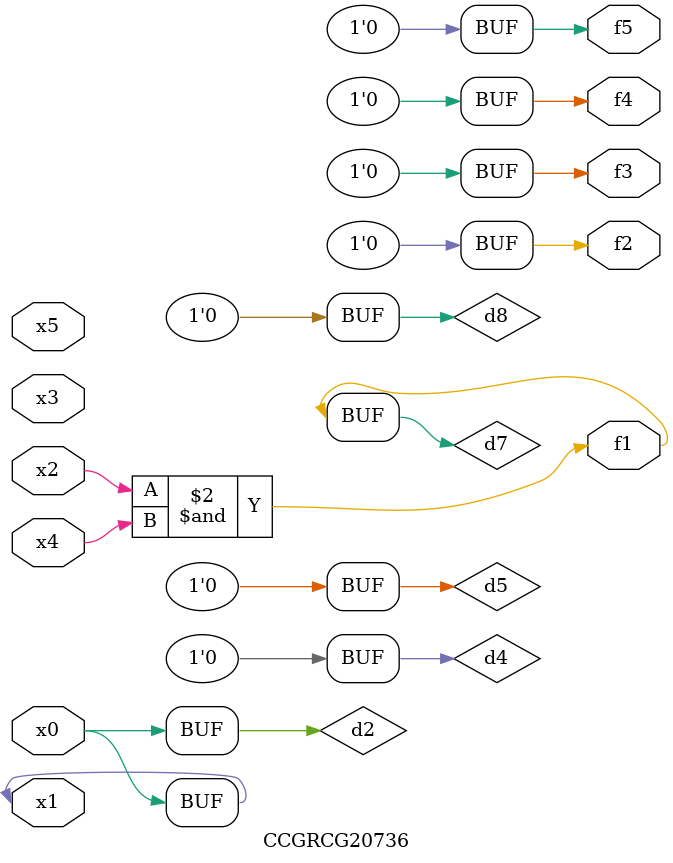
<source format=v>
module CCGRCG20736(
	input x0, x1, x2, x3, x4, x5,
	output f1, f2, f3, f4, f5
);

	wire d1, d2, d3, d4, d5, d6, d7, d8, d9;

	nand (d1, x1);
	buf (d2, x0, x1);
	nand (d3, x2, x4);
	and (d4, d1, d2);
	and (d5, d1, d2);
	nand (d6, d1, d3);
	not (d7, d3);
	xor (d8, d5);
	nor (d9, d5, d6);
	assign f1 = d7;
	assign f2 = d8;
	assign f3 = d8;
	assign f4 = d8;
	assign f5 = d8;
endmodule

</source>
